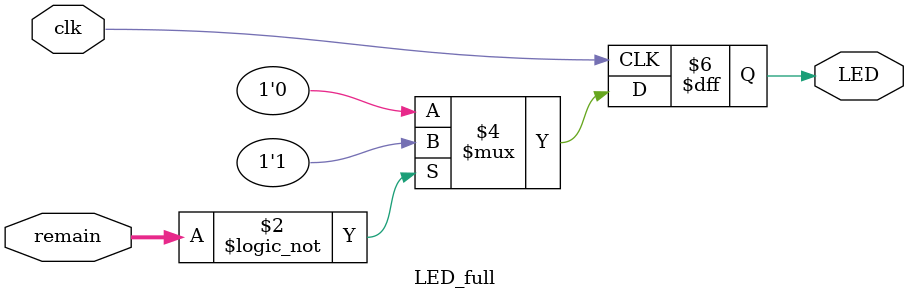
<source format=v>
`timescale 1ns / 1ps
module LED_full(clk,remain,LED);
	input clk;
	input [3:0]remain;
	output reg LED;
	
	always @(posedge clk)
	begin
		if(remain==4'b0000)	LED <= 1'b1;
		else LED <= 1'b0;
	end

endmodule

</source>
